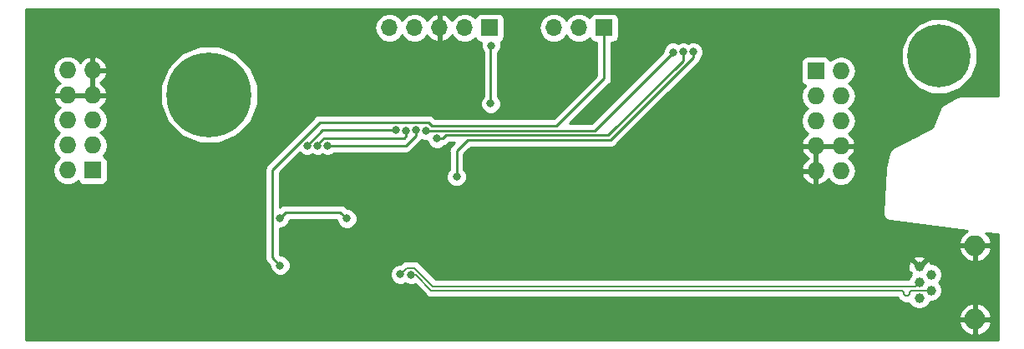
<source format=gbr>
G04 #@! TF.GenerationSoftware,KiCad,Pcbnew,(5.0.2)-1*
G04 #@! TF.CreationDate,2020-01-29T02:21:28+01:00*
G04 #@! TF.ProjectId,fan_controller,66616e5f-636f-46e7-9472-6f6c6c65722e,rev?*
G04 #@! TF.SameCoordinates,Original*
G04 #@! TF.FileFunction,Copper,L2,Bot*
G04 #@! TF.FilePolarity,Positive*
%FSLAX46Y46*%
G04 Gerber Fmt 4.6, Leading zero omitted, Abs format (unit mm)*
G04 Created by KiCad (PCBNEW (5.0.2)-1) date 29.01.2020 02:21:28*
%MOMM*%
%LPD*%
G01*
G04 APERTURE LIST*
G04 #@! TA.AperFunction,ComponentPad*
%ADD10C,0.900000*%
G04 #@! TD*
G04 #@! TA.AperFunction,ComponentPad*
%ADD11C,8.600000*%
G04 #@! TD*
G04 #@! TA.AperFunction,ComponentPad*
%ADD12O,1.727200X1.727200*%
G04 #@! TD*
G04 #@! TA.AperFunction,ComponentPad*
%ADD13R,1.727200X1.727200*%
G04 #@! TD*
G04 #@! TA.AperFunction,ComponentPad*
%ADD14R,1.700000X1.700000*%
G04 #@! TD*
G04 #@! TA.AperFunction,ComponentPad*
%ADD15O,1.700000X1.700000*%
G04 #@! TD*
G04 #@! TA.AperFunction,ComponentPad*
%ADD16C,1.000000*%
G04 #@! TD*
G04 #@! TA.AperFunction,ComponentPad*
%ADD17O,2.100000X2.100000*%
G04 #@! TD*
G04 #@! TA.AperFunction,ComponentPad*
%ADD18C,0.800000*%
G04 #@! TD*
G04 #@! TA.AperFunction,ComponentPad*
%ADD19C,6.400000*%
G04 #@! TD*
G04 #@! TA.AperFunction,ViaPad*
%ADD20C,0.800000*%
G04 #@! TD*
G04 #@! TA.AperFunction,Conductor*
%ADD21C,0.250000*%
G04 #@! TD*
G04 #@! TA.AperFunction,Conductor*
%ADD22C,0.200000*%
G04 #@! TD*
G04 #@! TA.AperFunction,Conductor*
%ADD23C,0.254000*%
G04 #@! TD*
G04 APERTURE END LIST*
D10*
G04 #@! TO.P,M4,1*
G04 #@! TO.N,N/C*
X54780419Y-39719581D03*
X52500000Y-38775000D03*
X50219581Y-39719581D03*
X49275000Y-42000000D03*
X50219581Y-44280419D03*
X52500000Y-45225000D03*
X54780419Y-44280419D03*
X55725000Y-42000000D03*
D11*
X52500000Y-42000000D03*
G04 #@! TD*
D12*
G04 #@! TO.P,J1,10*
G04 #@! TO.N,+12V*
X38160000Y-39540000D03*
G04 #@! TO.P,J1,9*
G04 #@! TO.N,GND*
X40700000Y-39540000D03*
G04 #@! TO.P,J1,8*
X38160000Y-42080000D03*
G04 #@! TO.P,J1,7*
X40700000Y-42080000D03*
G04 #@! TO.P,J1,6*
G04 #@! TO.N,Net-(J1-Pad6)*
X38160000Y-44620000D03*
G04 #@! TO.P,J1,5*
G04 #@! TO.N,Net-(J1-Pad5)*
X40700000Y-44620000D03*
G04 #@! TO.P,J1,4*
G04 #@! TO.N,Net-(J1-Pad4)*
X38160000Y-47160000D03*
G04 #@! TO.P,J1,3*
G04 #@! TO.N,Net-(J1-Pad3)*
X40700000Y-47160000D03*
G04 #@! TO.P,J1,2*
G04 #@! TO.N,Net-(J1-Pad2)*
X38160000Y-49700000D03*
D13*
G04 #@! TO.P,J1,1*
G04 #@! TO.N,Net-(J1-Pad1)*
X40700000Y-49700000D03*
G04 #@! TD*
G04 #@! TO.P,J2,1*
G04 #@! TO.N,Net-(J2-Pad1)*
X114000000Y-39600000D03*
D12*
G04 #@! TO.P,J2,2*
G04 #@! TO.N,Net-(J2-Pad2)*
X116540000Y-39600000D03*
G04 #@! TO.P,J2,3*
G04 #@! TO.N,Net-(J2-Pad3)*
X114000000Y-42140000D03*
G04 #@! TO.P,J2,4*
G04 #@! TO.N,Net-(J2-Pad4)*
X116540000Y-42140000D03*
G04 #@! TO.P,J2,5*
G04 #@! TO.N,Net-(J2-Pad5)*
X114000000Y-44680000D03*
G04 #@! TO.P,J2,6*
G04 #@! TO.N,Net-(J2-Pad6)*
X116540000Y-44680000D03*
G04 #@! TO.P,J2,7*
G04 #@! TO.N,GND*
X114000000Y-47220000D03*
G04 #@! TO.P,J2,8*
X116540000Y-47220000D03*
G04 #@! TO.P,J2,9*
X114000000Y-49760000D03*
G04 #@! TO.P,J2,10*
G04 #@! TO.N,Net-(J2-Pad10)*
X116540000Y-49760000D03*
G04 #@! TD*
D14*
G04 #@! TO.P,J3,1*
G04 #@! TO.N,/RESET*
X80949800Y-35204400D03*
D15*
G04 #@! TO.P,J3,2*
G04 #@! TO.N,+3V3*
X78409800Y-35204400D03*
G04 #@! TO.P,J3,3*
G04 #@! TO.N,GND*
X75869800Y-35204400D03*
G04 #@! TO.P,J3,4*
G04 #@! TO.N,/PG_DAT*
X73329800Y-35204400D03*
G04 #@! TO.P,J3,5*
G04 #@! TO.N,/PG_CKL*
X70789800Y-35204400D03*
G04 #@! TD*
D14*
G04 #@! TO.P,JP1,1*
G04 #@! TO.N,VBUS*
X92532200Y-35204400D03*
D15*
G04 #@! TO.P,JP1,2*
G04 #@! TO.N,VPP*
X89992200Y-35204400D03*
G04 #@! TO.P,JP1,3*
G04 #@! TO.N,+12V*
X87452200Y-35204400D03*
G04 #@! TD*
D16*
G04 #@! TO.P,J4,3*
G04 #@! TO.N,/USB_D+*
X124500000Y-61100000D03*
G04 #@! TO.P,J4,5*
G04 #@! TO.N,GND*
X124500000Y-59500000D03*
G04 #@! TO.P,J4,1*
G04 #@! TO.N,VBUS*
X124500000Y-62700000D03*
G04 #@! TO.P,J4,2*
G04 #@! TO.N,/USB_D-*
X125700000Y-61900000D03*
G04 #@! TO.P,J4,4*
G04 #@! TO.N,Net-(J4-Pad4)*
X125700000Y-60300000D03*
D17*
G04 #@! TO.P,J4,6*
G04 #@! TO.N,GND*
X130150000Y-57350000D03*
X130150000Y-64850000D03*
G04 #@! TD*
D18*
G04 #@! TO.P,M3,1*
G04 #@! TO.N,N/C*
X128197056Y-36402944D03*
X126500000Y-35700000D03*
X124802944Y-36402944D03*
X124100000Y-38100000D03*
X124802944Y-39797056D03*
X126500000Y-40500000D03*
X128197056Y-39797056D03*
X128900000Y-38100000D03*
D19*
X126500000Y-38100000D03*
G04 #@! TD*
D20*
G04 #@! TO.N,GND*
X77978000Y-53797200D03*
X67919600Y-50800000D03*
X101549200Y-49199800D03*
X101650800Y-44272200D03*
X94894400Y-40767000D03*
X53848000Y-52349400D03*
X53822600Y-57200800D03*
X53873400Y-61925200D03*
X72898000Y-61925200D03*
X61188600Y-49530000D03*
X101777800Y-53975000D03*
X82448400Y-58623200D03*
G04 #@! TO.N,/IN_1*
X64498525Y-47166730D03*
X73447470Y-45593926D03*
G04 #@! TO.N,/IN_2*
X63498712Y-47186699D03*
X72449988Y-45665008D03*
G04 #@! TO.N,/IN_3*
X62458600Y-47167798D03*
X71450200Y-45618400D03*
G04 #@! TO.N,/RESET*
X81051400Y-42926002D03*
X81102200Y-37007800D03*
G04 #@! TO.N,VBUS*
X59715400Y-59359800D03*
G04 #@! TO.N,/OUT_4*
X77583190Y-50356066D03*
X101574600Y-37668200D03*
G04 #@! TO.N,/OUT_5*
X75615800Y-46482000D03*
X100568002Y-37663916D03*
G04 #@! TO.N,/OUT_6*
X99542600Y-37693602D03*
X74450103Y-45657625D03*
G04 #@! TO.N,Net-(R20-Pad2)*
X59654942Y-54559200D03*
X66471800Y-54610000D03*
G04 #@! TO.N,/USB_D+*
X71877381Y-60278009D03*
G04 #@! TO.N,/USB_D-*
X73000831Y-60313810D03*
G04 #@! TD*
D21*
G04 #@! TO.N,/IN_1*
X73447470Y-46159611D02*
X73447470Y-45593926D01*
X64498525Y-47166730D02*
X72440351Y-47166730D01*
X72440351Y-47166730D02*
X73447470Y-46159611D01*
G04 #@! TO.N,/IN_2*
X64137575Y-46405800D02*
X72274881Y-46405800D01*
X72449988Y-46230693D02*
X72449988Y-45665008D01*
X63498712Y-47044663D02*
X64137575Y-46405800D01*
X63498712Y-47186699D02*
X63498712Y-47044663D01*
X72274881Y-46405800D02*
X72449988Y-46230693D01*
G04 #@! TO.N,/IN_3*
X70884515Y-45618400D02*
X71450200Y-45618400D01*
X62458600Y-47167798D02*
X64007998Y-45618400D01*
X64007998Y-45618400D02*
X70884515Y-45618400D01*
G04 #@! TO.N,/RESET*
X81051400Y-37058600D02*
X81102200Y-37007800D01*
X81051400Y-42926002D02*
X81051400Y-37058600D01*
G04 #@! TO.N,VBUS*
X75107800Y-45186600D02*
X87731600Y-45186600D01*
X63728426Y-44824970D02*
X74746170Y-44824970D01*
X74746170Y-44824970D02*
X75107800Y-45186600D01*
X58929941Y-58574341D02*
X58929941Y-49623455D01*
X92532200Y-40386000D02*
X92532200Y-36304400D01*
X92532200Y-36304400D02*
X92532200Y-35204400D01*
X58929941Y-49623455D02*
X63728426Y-44824970D01*
X87731600Y-45186600D02*
X92532200Y-40386000D01*
X59715400Y-59359800D02*
X58929941Y-58574341D01*
G04 #@! TO.N,/OUT_4*
X93224885Y-46583600D02*
X101574600Y-38233885D01*
X78714600Y-46583600D02*
X93224885Y-46583600D01*
X77583190Y-50356066D02*
X77583190Y-47715010D01*
X101574600Y-38233885D02*
X101574600Y-37668200D01*
X77583190Y-47715010D02*
X78714600Y-46583600D01*
G04 #@! TO.N,/OUT_5*
X76181485Y-46482000D02*
X76529896Y-46133589D01*
X76529896Y-46133589D02*
X92982211Y-46133589D01*
X92982211Y-46133589D02*
X100568002Y-38547798D01*
X75615800Y-46482000D02*
X76181485Y-46482000D01*
X100568002Y-38229601D02*
X100568002Y-37663916D01*
X100568002Y-38547798D02*
X100568002Y-38229601D01*
G04 #@! TO.N,/OUT_6*
X99542600Y-37693602D02*
X91578577Y-45657625D01*
X91578577Y-45657625D02*
X74450103Y-45657625D01*
G04 #@! TO.N,Net-(R20-Pad2)*
X60264542Y-53949600D02*
X59654942Y-54559200D01*
X66471800Y-54610000D02*
X65811400Y-53949600D01*
X65811400Y-53949600D02*
X60264542Y-53949600D01*
D22*
G04 #@! TO.N,/USB_D+*
X72277380Y-59878010D02*
X71877381Y-60278009D01*
X73304400Y-59613800D02*
X72541590Y-59613800D01*
X75209400Y-61518800D02*
X73304400Y-59613800D01*
X124081200Y-61518800D02*
X75209400Y-61518800D01*
X124500000Y-61100000D02*
X124081200Y-61518800D01*
X72541590Y-59613800D02*
X72277380Y-59878010D01*
G04 #@! TO.N,/USB_D-*
X75025211Y-61918811D02*
X73456800Y-60350400D01*
X73456800Y-60350400D02*
X73037421Y-60350400D01*
X122637678Y-61918811D02*
X75025211Y-61918811D01*
X122697371Y-61925537D02*
X122637678Y-61918811D01*
X122754072Y-61945378D02*
X122697371Y-61925537D01*
X122804935Y-61977338D02*
X122754072Y-61945378D01*
X122847412Y-62019815D02*
X122804935Y-61977338D01*
X122899213Y-62127379D02*
X122879372Y-62070678D01*
X122912664Y-62246766D02*
X122899213Y-62127379D01*
X122932505Y-62303467D02*
X122912664Y-62246766D01*
X122964465Y-62354330D02*
X122932505Y-62303467D01*
X123006942Y-62396807D02*
X122964465Y-62354330D01*
X123057805Y-62428767D02*
X123006942Y-62396807D01*
X123114506Y-62448608D02*
X123057805Y-62428767D01*
X123174200Y-62455333D02*
X123114506Y-62448608D01*
X123237678Y-62455333D02*
X123174200Y-62455333D01*
X123657805Y-61945378D02*
X123606942Y-61977338D01*
X123714506Y-61925537D02*
X123657805Y-61945378D01*
X124246889Y-61918811D02*
X123774200Y-61918811D01*
X123774200Y-61918811D02*
X123714506Y-61925537D01*
X73037421Y-60350400D02*
X73000831Y-60313810D01*
X123499213Y-62246766D02*
X123479372Y-62303467D01*
X125700000Y-61900000D02*
X124265700Y-61900000D01*
X122879372Y-62070678D02*
X122847412Y-62019815D01*
X124265700Y-61900000D02*
X124246889Y-61918811D01*
X123606942Y-61977338D02*
X123564465Y-62019815D01*
X123297371Y-62448608D02*
X123237678Y-62455333D01*
X123564465Y-62019815D02*
X123532505Y-62070678D01*
X123532505Y-62070678D02*
X123512664Y-62127379D01*
X123512664Y-62127379D02*
X123499213Y-62246766D01*
X123479372Y-62303467D02*
X123447412Y-62354330D01*
X123404935Y-62396807D02*
X123354072Y-62428767D01*
X123354072Y-62428767D02*
X123297371Y-62448608D01*
X123447412Y-62354330D02*
X123404935Y-62396807D01*
G04 #@! TD*
D23*
G04 #@! TO.N,GND*
G36*
X132488481Y-42127100D02*
X128755270Y-42127100D01*
X128642499Y-42118164D01*
X128547813Y-42148873D01*
X128450172Y-42168295D01*
X128356101Y-42231151D01*
X126973596Y-43004417D01*
X126938156Y-43012212D01*
X126851247Y-43072850D01*
X126820983Y-43089777D01*
X126794038Y-43112765D01*
X126706511Y-43173834D01*
X126687370Y-43203769D01*
X126660343Y-43226827D01*
X126611845Y-43321883D01*
X126592758Y-43351734D01*
X126580132Y-43384041D01*
X126531976Y-43478428D01*
X126529110Y-43514599D01*
X125804140Y-45369669D01*
X123829197Y-46340591D01*
X123816401Y-46344521D01*
X123766533Y-46371398D01*
X123715705Y-46396386D01*
X123705077Y-46404520D01*
X121844281Y-47407417D01*
X121759890Y-47438205D01*
X121669399Y-47521250D01*
X121574728Y-47599493D01*
X121565812Y-47616313D01*
X121551786Y-47629185D01*
X121499960Y-47740544D01*
X121442441Y-47849055D01*
X121433945Y-47938483D01*
X121065551Y-49448898D01*
X121049086Y-49514902D01*
X121048996Y-49516777D01*
X121048552Y-49518596D01*
X121045639Y-49586476D01*
X120834693Y-53966724D01*
X120821684Y-54004529D01*
X120827953Y-54106677D01*
X120826459Y-54137691D01*
X120832226Y-54176311D01*
X120838985Y-54286453D01*
X120852944Y-54315057D01*
X120857644Y-54346535D01*
X120914465Y-54441127D01*
X120962858Y-54540296D01*
X120986699Y-54561380D01*
X121003089Y-54588665D01*
X121091784Y-54654313D01*
X121174443Y-54727413D01*
X121204540Y-54737769D01*
X121230122Y-54756704D01*
X121337180Y-54783411D01*
X121374112Y-54796119D01*
X121404887Y-54800301D01*
X121504178Y-54825070D01*
X121543718Y-54819166D01*
X129351753Y-55880152D01*
X129265138Y-55916027D01*
X128783737Y-56363804D01*
X128510337Y-56961720D01*
X128628534Y-57223000D01*
X130023000Y-57223000D01*
X130023000Y-57203000D01*
X130277000Y-57203000D01*
X130277000Y-57223000D01*
X131671466Y-57223000D01*
X131789663Y-56961720D01*
X131516263Y-56363804D01*
X131256220Y-56121924D01*
X132487600Y-56145012D01*
X132487601Y-66890000D01*
X33910000Y-66890000D01*
X33910000Y-65238280D01*
X128510337Y-65238280D01*
X128783737Y-65836196D01*
X129265138Y-66283973D01*
X129761721Y-66489654D01*
X130023000Y-66370957D01*
X130023000Y-64977000D01*
X130277000Y-64977000D01*
X130277000Y-66370957D01*
X130538279Y-66489654D01*
X131034862Y-66283973D01*
X131516263Y-65836196D01*
X131789663Y-65238280D01*
X131671466Y-64977000D01*
X130277000Y-64977000D01*
X130023000Y-64977000D01*
X128628534Y-64977000D01*
X128510337Y-65238280D01*
X33910000Y-65238280D01*
X33910000Y-64461720D01*
X128510337Y-64461720D01*
X128628534Y-64723000D01*
X130023000Y-64723000D01*
X130023000Y-63329043D01*
X130277000Y-63329043D01*
X130277000Y-64723000D01*
X131671466Y-64723000D01*
X131789663Y-64461720D01*
X131516263Y-63863804D01*
X131034862Y-63416027D01*
X130538279Y-63210346D01*
X130277000Y-63329043D01*
X130023000Y-63329043D01*
X129761721Y-63210346D01*
X129265138Y-63416027D01*
X128783737Y-63863804D01*
X128510337Y-64461720D01*
X33910000Y-64461720D01*
X33910000Y-44620000D01*
X36632041Y-44620000D01*
X36748350Y-45204725D01*
X37079570Y-45700430D01*
X37363281Y-45890000D01*
X37079570Y-46079570D01*
X36748350Y-46575275D01*
X36632041Y-47160000D01*
X36748350Y-47744725D01*
X37079570Y-48240430D01*
X37363281Y-48430000D01*
X37079570Y-48619570D01*
X36748350Y-49115275D01*
X36632041Y-49700000D01*
X36748350Y-50284725D01*
X37079570Y-50780430D01*
X37575275Y-51111650D01*
X38012402Y-51198600D01*
X38307598Y-51198600D01*
X38744725Y-51111650D01*
X39233068Y-50785349D01*
X39238243Y-50811365D01*
X39378591Y-51021409D01*
X39588635Y-51161757D01*
X39836400Y-51211040D01*
X41563600Y-51211040D01*
X41811365Y-51161757D01*
X42021409Y-51021409D01*
X42161757Y-50811365D01*
X42211040Y-50563600D01*
X42211040Y-49623455D01*
X58155053Y-49623455D01*
X58169942Y-49698307D01*
X58169941Y-58499494D01*
X58155053Y-58574341D01*
X58169941Y-58649188D01*
X58169941Y-58649192D01*
X58214037Y-58870877D01*
X58382012Y-59122270D01*
X58445471Y-59164672D01*
X58680400Y-59399601D01*
X58680400Y-59565674D01*
X58837969Y-59946080D01*
X59129120Y-60237231D01*
X59509526Y-60394800D01*
X59921274Y-60394800D01*
X60301680Y-60237231D01*
X60466776Y-60072135D01*
X70842381Y-60072135D01*
X70842381Y-60483883D01*
X70999950Y-60864289D01*
X71291101Y-61155440D01*
X71671507Y-61313009D01*
X72083255Y-61313009D01*
X72403620Y-61180310D01*
X72414551Y-61191241D01*
X72794957Y-61348810D01*
X73206705Y-61348810D01*
X73354532Y-61287578D01*
X74454301Y-62387348D01*
X74495306Y-62448716D01*
X74738428Y-62611165D01*
X74952823Y-62653811D01*
X74952826Y-62653811D01*
X75025210Y-62668209D01*
X75097594Y-62653811D01*
X122280596Y-62653811D01*
X122325187Y-62720546D01*
X122373726Y-62802830D01*
X122385104Y-62811393D01*
X122387781Y-62814224D01*
X122389942Y-62817458D01*
X122395758Y-62830456D01*
X122465181Y-62896091D01*
X122530816Y-62965514D01*
X122543814Y-62971330D01*
X122547048Y-62973491D01*
X122549879Y-62976168D01*
X122558442Y-62987546D01*
X122640731Y-63036088D01*
X122720161Y-63089161D01*
X122734126Y-63091939D01*
X122737767Y-63093329D01*
X122741136Y-63095316D01*
X122752017Y-63104504D01*
X122843033Y-63133512D01*
X122932270Y-63167576D01*
X122946502Y-63167177D01*
X122950380Y-63167724D01*
X122960291Y-63170883D01*
X123021973Y-63177832D01*
X123080525Y-63186099D01*
X123101812Y-63190333D01*
X123110516Y-63190333D01*
X123156520Y-63196828D01*
X123170309Y-63193271D01*
X123205136Y-63190333D01*
X123206743Y-63190333D01*
X123241567Y-63193271D01*
X123255357Y-63196828D01*
X123301361Y-63190333D01*
X123310066Y-63190333D01*
X123331356Y-63186098D01*
X123389896Y-63177833D01*
X123451588Y-63170883D01*
X123461500Y-63167724D01*
X123465016Y-63167227D01*
X123537793Y-63342926D01*
X123857074Y-63662207D01*
X124274234Y-63835000D01*
X124725766Y-63835000D01*
X125142926Y-63662207D01*
X125462207Y-63342926D01*
X125589754Y-63035000D01*
X125925766Y-63035000D01*
X126342926Y-62862207D01*
X126662207Y-62542926D01*
X126835000Y-62125766D01*
X126835000Y-61674234D01*
X126662207Y-61257074D01*
X126505133Y-61100000D01*
X126662207Y-60942926D01*
X126835000Y-60525766D01*
X126835000Y-60074234D01*
X126662207Y-59657074D01*
X126342926Y-59337793D01*
X125925766Y-59165000D01*
X125603946Y-59165000D01*
X125505217Y-58926648D01*
X125290104Y-58889501D01*
X124679605Y-59500000D01*
X124693748Y-59514143D01*
X124514143Y-59693748D01*
X124500000Y-59679605D01*
X124485858Y-59693748D01*
X124306253Y-59514143D01*
X124320395Y-59500000D01*
X123709896Y-58889501D01*
X123494783Y-58926648D01*
X123351888Y-59354972D01*
X123383783Y-59805375D01*
X123494783Y-60073352D01*
X123709893Y-60110499D01*
X123593666Y-60226726D01*
X123680904Y-60313964D01*
X123537793Y-60457074D01*
X123402459Y-60783800D01*
X75513847Y-60783800D01*
X73875311Y-59145265D01*
X73834305Y-59083895D01*
X73591183Y-58921446D01*
X73376788Y-58878800D01*
X73376784Y-58878800D01*
X73304400Y-58864402D01*
X73232016Y-58878800D01*
X72613973Y-58878800D01*
X72541589Y-58864402D01*
X72469205Y-58878800D01*
X72469202Y-58878800D01*
X72254807Y-58921446D01*
X72011685Y-59083895D01*
X71970679Y-59145265D01*
X71872935Y-59243009D01*
X71671507Y-59243009D01*
X71291101Y-59400578D01*
X70999950Y-59691729D01*
X70842381Y-60072135D01*
X60466776Y-60072135D01*
X60592831Y-59946080D01*
X60750400Y-59565674D01*
X60750400Y-59153926D01*
X60592831Y-58773520D01*
X60529207Y-58709896D01*
X123889501Y-58709896D01*
X124500000Y-59320395D01*
X125110499Y-58709896D01*
X125073352Y-58494783D01*
X124645028Y-58351888D01*
X124194625Y-58383783D01*
X123926648Y-58494783D01*
X123889501Y-58709896D01*
X60529207Y-58709896D01*
X60301680Y-58482369D01*
X59921274Y-58324800D01*
X59755201Y-58324800D01*
X59689941Y-58259540D01*
X59689941Y-57738280D01*
X128510337Y-57738280D01*
X128783737Y-58336196D01*
X129265138Y-58783973D01*
X129761721Y-58989654D01*
X130023000Y-58870957D01*
X130023000Y-57477000D01*
X130277000Y-57477000D01*
X130277000Y-58870957D01*
X130538279Y-58989654D01*
X131034862Y-58783973D01*
X131516263Y-58336196D01*
X131789663Y-57738280D01*
X131671466Y-57477000D01*
X130277000Y-57477000D01*
X130023000Y-57477000D01*
X128628534Y-57477000D01*
X128510337Y-57738280D01*
X59689941Y-57738280D01*
X59689941Y-55594200D01*
X59860816Y-55594200D01*
X60241222Y-55436631D01*
X60532373Y-55145480D01*
X60689942Y-54765074D01*
X60689942Y-54709600D01*
X65436800Y-54709600D01*
X65436800Y-54815874D01*
X65594369Y-55196280D01*
X65885520Y-55487431D01*
X66265926Y-55645000D01*
X66677674Y-55645000D01*
X67058080Y-55487431D01*
X67349231Y-55196280D01*
X67506800Y-54815874D01*
X67506800Y-54404126D01*
X67349231Y-54023720D01*
X67058080Y-53732569D01*
X66677674Y-53575000D01*
X66511601Y-53575000D01*
X66401731Y-53465130D01*
X66359329Y-53401671D01*
X66107937Y-53233696D01*
X65886252Y-53189600D01*
X65886247Y-53189600D01*
X65811400Y-53174712D01*
X65736553Y-53189600D01*
X60339390Y-53189600D01*
X60264542Y-53174712D01*
X60189694Y-53189600D01*
X60189690Y-53189600D01*
X59968005Y-53233696D01*
X59716613Y-53401671D01*
X59689941Y-53441588D01*
X59689941Y-49938256D01*
X61727644Y-47900553D01*
X61872320Y-48045229D01*
X62252726Y-48202798D01*
X62664474Y-48202798D01*
X62955840Y-48082110D01*
X63292838Y-48221699D01*
X63704586Y-48221699D01*
X64022723Y-48089923D01*
X64292651Y-48201730D01*
X64704399Y-48201730D01*
X65084805Y-48044161D01*
X65202236Y-47926730D01*
X72365504Y-47926730D01*
X72440351Y-47941618D01*
X72515198Y-47926730D01*
X72515203Y-47926730D01*
X72736888Y-47882634D01*
X72988280Y-47714659D01*
X73030682Y-47651201D01*
X73931946Y-46749938D01*
X73995399Y-46707540D01*
X74037797Y-46644087D01*
X74037799Y-46644085D01*
X74057145Y-46615132D01*
X74244229Y-46692625D01*
X74582768Y-46692625D01*
X74738369Y-47068280D01*
X75029520Y-47359431D01*
X75409926Y-47517000D01*
X75821674Y-47517000D01*
X76202080Y-47359431D01*
X76335197Y-47226314D01*
X76478022Y-47197904D01*
X76729414Y-47029929D01*
X76771816Y-46966470D01*
X76844697Y-46893589D01*
X77329809Y-46893589D01*
X77098717Y-47124681D01*
X77035262Y-47167081D01*
X76992862Y-47230537D01*
X76992861Y-47230538D01*
X76915044Y-47347000D01*
X76867287Y-47418473D01*
X76832653Y-47592592D01*
X76808302Y-47715010D01*
X76823191Y-47789862D01*
X76823190Y-49652355D01*
X76705759Y-49769786D01*
X76548190Y-50150192D01*
X76548190Y-50561940D01*
X76705759Y-50942346D01*
X76996910Y-51233497D01*
X77377316Y-51391066D01*
X77789064Y-51391066D01*
X78169470Y-51233497D01*
X78460621Y-50942346D01*
X78618190Y-50561940D01*
X78618190Y-50150192D01*
X78605281Y-50119026D01*
X112545042Y-50119026D01*
X112717312Y-50534947D01*
X113111510Y-50966821D01*
X113640973Y-51214968D01*
X113873000Y-51094469D01*
X113873000Y-49887000D01*
X112666183Y-49887000D01*
X112545042Y-50119026D01*
X78605281Y-50119026D01*
X78460621Y-49769786D01*
X78343190Y-49652355D01*
X78343190Y-48029811D01*
X78793976Y-47579026D01*
X112545042Y-47579026D01*
X112717312Y-47994947D01*
X113111510Y-48426821D01*
X113246313Y-48490000D01*
X113111510Y-48553179D01*
X112717312Y-48985053D01*
X112545042Y-49400974D01*
X112666183Y-49633000D01*
X113873000Y-49633000D01*
X113873000Y-47347000D01*
X114127000Y-47347000D01*
X114127000Y-49633000D01*
X114147000Y-49633000D01*
X114147000Y-49887000D01*
X114127000Y-49887000D01*
X114127000Y-51094469D01*
X114359027Y-51214968D01*
X114888490Y-50966821D01*
X115266963Y-50552174D01*
X115459570Y-50840430D01*
X115955275Y-51171650D01*
X116392402Y-51258600D01*
X116687598Y-51258600D01*
X117124725Y-51171650D01*
X117620430Y-50840430D01*
X117951650Y-50344725D01*
X118067959Y-49760000D01*
X117951650Y-49175275D01*
X117620430Y-48679570D01*
X117318979Y-48478146D01*
X117428490Y-48426821D01*
X117822688Y-47994947D01*
X117994958Y-47579026D01*
X117873817Y-47347000D01*
X116667000Y-47347000D01*
X116667000Y-47367000D01*
X116413000Y-47367000D01*
X116413000Y-47347000D01*
X114127000Y-47347000D01*
X113873000Y-47347000D01*
X112666183Y-47347000D01*
X112545042Y-47579026D01*
X78793976Y-47579026D01*
X79029403Y-47343600D01*
X93150038Y-47343600D01*
X93224885Y-47358488D01*
X93299732Y-47343600D01*
X93299737Y-47343600D01*
X93521422Y-47299504D01*
X93772814Y-47131529D01*
X93815216Y-47068070D01*
X98743286Y-42140000D01*
X112472041Y-42140000D01*
X112588350Y-42724725D01*
X112919570Y-43220430D01*
X113203281Y-43410000D01*
X112919570Y-43599570D01*
X112588350Y-44095275D01*
X112472041Y-44680000D01*
X112588350Y-45264725D01*
X112919570Y-45760430D01*
X113221021Y-45961854D01*
X113111510Y-46013179D01*
X112717312Y-46445053D01*
X112545042Y-46860974D01*
X112666183Y-47093000D01*
X113873000Y-47093000D01*
X113873000Y-47073000D01*
X114127000Y-47073000D01*
X114127000Y-47093000D01*
X116413000Y-47093000D01*
X116413000Y-47073000D01*
X116667000Y-47073000D01*
X116667000Y-47093000D01*
X117873817Y-47093000D01*
X117994958Y-46860974D01*
X117822688Y-46445053D01*
X117428490Y-46013179D01*
X117318979Y-45961854D01*
X117620430Y-45760430D01*
X117951650Y-45264725D01*
X118067959Y-44680000D01*
X117951650Y-44095275D01*
X117620430Y-43599570D01*
X117336719Y-43410000D01*
X117620430Y-43220430D01*
X117951650Y-42724725D01*
X118067959Y-42140000D01*
X117951650Y-41555275D01*
X117620430Y-41059570D01*
X117336719Y-40870000D01*
X117620430Y-40680430D01*
X117951650Y-40184725D01*
X118067959Y-39600000D01*
X117951650Y-39015275D01*
X117620430Y-38519570D01*
X117124725Y-38188350D01*
X116687598Y-38101400D01*
X116392402Y-38101400D01*
X115955275Y-38188350D01*
X115466932Y-38514651D01*
X115461757Y-38488635D01*
X115321409Y-38278591D01*
X115111365Y-38138243D01*
X114863600Y-38088960D01*
X113136400Y-38088960D01*
X112888635Y-38138243D01*
X112678591Y-38278591D01*
X112538243Y-38488635D01*
X112488960Y-38736400D01*
X112488960Y-40463600D01*
X112538243Y-40711365D01*
X112678591Y-40921409D01*
X112888635Y-41061757D01*
X112914651Y-41066932D01*
X112588350Y-41555275D01*
X112472041Y-42140000D01*
X98743286Y-42140000D01*
X102059073Y-38824214D01*
X102122529Y-38781814D01*
X102290504Y-38530422D01*
X102318914Y-38387597D01*
X102452031Y-38254480D01*
X102609600Y-37874074D01*
X102609600Y-37462326D01*
X102557760Y-37337171D01*
X122665000Y-37337171D01*
X122665000Y-38862829D01*
X123248844Y-40272353D01*
X124327647Y-41351156D01*
X125737171Y-41935000D01*
X127262829Y-41935000D01*
X128672353Y-41351156D01*
X129751156Y-40272353D01*
X130335000Y-38862829D01*
X130335000Y-37337171D01*
X129751156Y-35927647D01*
X128672353Y-34848844D01*
X127262829Y-34265000D01*
X125737171Y-34265000D01*
X124327647Y-34848844D01*
X123248844Y-35927647D01*
X122665000Y-37337171D01*
X102557760Y-37337171D01*
X102452031Y-37081920D01*
X102160880Y-36790769D01*
X101780474Y-36633200D01*
X101368726Y-36633200D01*
X101076472Y-36754255D01*
X100773876Y-36628916D01*
X100362128Y-36628916D01*
X100019467Y-36770851D01*
X99748474Y-36658602D01*
X99336726Y-36658602D01*
X98956320Y-36816171D01*
X98665169Y-37107322D01*
X98507600Y-37487728D01*
X98507600Y-37653799D01*
X91263776Y-44897625D01*
X89095376Y-44897625D01*
X93016673Y-40976329D01*
X93080129Y-40933929D01*
X93248104Y-40682537D01*
X93292200Y-40460852D01*
X93292200Y-40460848D01*
X93307088Y-40386000D01*
X93292200Y-40311152D01*
X93292200Y-36701840D01*
X93382200Y-36701840D01*
X93629965Y-36652557D01*
X93840009Y-36512209D01*
X93980357Y-36302165D01*
X94029640Y-36054400D01*
X94029640Y-34354400D01*
X93980357Y-34106635D01*
X93840009Y-33896591D01*
X93629965Y-33756243D01*
X93382200Y-33706960D01*
X91682200Y-33706960D01*
X91434435Y-33756243D01*
X91224391Y-33896591D01*
X91084043Y-34106635D01*
X91075016Y-34152019D01*
X91062825Y-34133775D01*
X90571618Y-33805561D01*
X90138456Y-33719400D01*
X89845944Y-33719400D01*
X89412782Y-33805561D01*
X88921575Y-34133775D01*
X88722200Y-34432161D01*
X88522825Y-34133775D01*
X88031618Y-33805561D01*
X87598456Y-33719400D01*
X87305944Y-33719400D01*
X86872782Y-33805561D01*
X86381575Y-34133775D01*
X86053361Y-34624982D01*
X85938108Y-35204400D01*
X86053361Y-35783818D01*
X86381575Y-36275025D01*
X86872782Y-36603239D01*
X87305944Y-36689400D01*
X87598456Y-36689400D01*
X88031618Y-36603239D01*
X88522825Y-36275025D01*
X88722200Y-35976639D01*
X88921575Y-36275025D01*
X89412782Y-36603239D01*
X89845944Y-36689400D01*
X90138456Y-36689400D01*
X90571618Y-36603239D01*
X91062825Y-36275025D01*
X91075016Y-36256781D01*
X91084043Y-36302165D01*
X91224391Y-36512209D01*
X91434435Y-36652557D01*
X91682200Y-36701840D01*
X91772201Y-36701840D01*
X91772200Y-40071198D01*
X87416799Y-44426600D01*
X75422601Y-44426600D01*
X75336501Y-44340500D01*
X75294099Y-44277041D01*
X75042707Y-44109066D01*
X74821022Y-44064970D01*
X74821017Y-44064970D01*
X74746170Y-44050082D01*
X74671323Y-44064970D01*
X63803274Y-44064970D01*
X63728426Y-44050082D01*
X63653578Y-44064970D01*
X63653574Y-44064970D01*
X63431889Y-44109066D01*
X63180497Y-44277041D01*
X63138097Y-44340497D01*
X58445469Y-49033126D01*
X58382013Y-49075526D01*
X58339613Y-49138982D01*
X58339612Y-49138983D01*
X58214038Y-49326918D01*
X58155053Y-49623455D01*
X42211040Y-49623455D01*
X42211040Y-48836400D01*
X42161757Y-48588635D01*
X42021409Y-48378591D01*
X41811365Y-48238243D01*
X41785349Y-48233068D01*
X42111650Y-47744725D01*
X42227959Y-47160000D01*
X42111650Y-46575275D01*
X41780430Y-46079570D01*
X41496719Y-45890000D01*
X41780430Y-45700430D01*
X42111650Y-45204725D01*
X42227959Y-44620000D01*
X42111650Y-44035275D01*
X41780430Y-43539570D01*
X41478979Y-43338146D01*
X41588490Y-43286821D01*
X41982688Y-42854947D01*
X42154958Y-42439026D01*
X42033817Y-42207000D01*
X40827000Y-42207000D01*
X40827000Y-42227000D01*
X40573000Y-42227000D01*
X40573000Y-42207000D01*
X38287000Y-42207000D01*
X38287000Y-42227000D01*
X38033000Y-42227000D01*
X38033000Y-42207000D01*
X36826183Y-42207000D01*
X36705042Y-42439026D01*
X36877312Y-42854947D01*
X37271510Y-43286821D01*
X37381021Y-43338146D01*
X37079570Y-43539570D01*
X36748350Y-44035275D01*
X36632041Y-44620000D01*
X33910000Y-44620000D01*
X33910000Y-39540000D01*
X36632041Y-39540000D01*
X36748350Y-40124725D01*
X37079570Y-40620430D01*
X37381021Y-40821854D01*
X37271510Y-40873179D01*
X36877312Y-41305053D01*
X36705042Y-41720974D01*
X36826183Y-41953000D01*
X38033000Y-41953000D01*
X38033000Y-41933000D01*
X38287000Y-41933000D01*
X38287000Y-41953000D01*
X40573000Y-41953000D01*
X40573000Y-39667000D01*
X40827000Y-39667000D01*
X40827000Y-41953000D01*
X42033817Y-41953000D01*
X42154958Y-41720974D01*
X41982688Y-41305053D01*
X41721013Y-41018368D01*
X47565000Y-41018368D01*
X47565000Y-42981632D01*
X48316309Y-44795453D01*
X49704547Y-46183691D01*
X51518368Y-46935000D01*
X53481632Y-46935000D01*
X55295453Y-46183691D01*
X56683691Y-44795453D01*
X57435000Y-42981632D01*
X57435000Y-41018368D01*
X56683691Y-39204547D01*
X55295453Y-37816309D01*
X53481632Y-37065000D01*
X51518368Y-37065000D01*
X49704547Y-37816309D01*
X48316309Y-39204547D01*
X47565000Y-41018368D01*
X41721013Y-41018368D01*
X41588490Y-40873179D01*
X41453687Y-40810000D01*
X41588490Y-40746821D01*
X41982688Y-40314947D01*
X42154958Y-39899026D01*
X42033817Y-39667000D01*
X40827000Y-39667000D01*
X40573000Y-39667000D01*
X40553000Y-39667000D01*
X40553000Y-39413000D01*
X40573000Y-39413000D01*
X40573000Y-38205531D01*
X40827000Y-38205531D01*
X40827000Y-39413000D01*
X42033817Y-39413000D01*
X42154958Y-39180974D01*
X41982688Y-38765053D01*
X41588490Y-38333179D01*
X41059027Y-38085032D01*
X40827000Y-38205531D01*
X40573000Y-38205531D01*
X40340973Y-38085032D01*
X39811510Y-38333179D01*
X39433037Y-38747826D01*
X39240430Y-38459570D01*
X38744725Y-38128350D01*
X38307598Y-38041400D01*
X38012402Y-38041400D01*
X37575275Y-38128350D01*
X37079570Y-38459570D01*
X36748350Y-38955275D01*
X36632041Y-39540000D01*
X33910000Y-39540000D01*
X33910000Y-35204400D01*
X69275708Y-35204400D01*
X69390961Y-35783818D01*
X69719175Y-36275025D01*
X70210382Y-36603239D01*
X70643544Y-36689400D01*
X70936056Y-36689400D01*
X71369218Y-36603239D01*
X71860425Y-36275025D01*
X72059800Y-35976639D01*
X72259175Y-36275025D01*
X72750382Y-36603239D01*
X73183544Y-36689400D01*
X73476056Y-36689400D01*
X73909218Y-36603239D01*
X74400425Y-36275025D01*
X74613643Y-35955922D01*
X74674617Y-36085758D01*
X75102876Y-36476045D01*
X75512910Y-36645876D01*
X75742800Y-36524555D01*
X75742800Y-35331400D01*
X75722800Y-35331400D01*
X75722800Y-35077400D01*
X75742800Y-35077400D01*
X75742800Y-33884245D01*
X75996800Y-33884245D01*
X75996800Y-35077400D01*
X76016800Y-35077400D01*
X76016800Y-35331400D01*
X75996800Y-35331400D01*
X75996800Y-36524555D01*
X76226690Y-36645876D01*
X76636724Y-36476045D01*
X77064983Y-36085758D01*
X77125957Y-35955922D01*
X77339175Y-36275025D01*
X77830382Y-36603239D01*
X78263544Y-36689400D01*
X78556056Y-36689400D01*
X78989218Y-36603239D01*
X79480425Y-36275025D01*
X79492616Y-36256781D01*
X79501643Y-36302165D01*
X79641991Y-36512209D01*
X79852035Y-36652557D01*
X80099800Y-36701840D01*
X80108657Y-36701840D01*
X80067200Y-36801926D01*
X80067200Y-37213674D01*
X80224769Y-37594080D01*
X80291401Y-37660712D01*
X80291400Y-42222291D01*
X80173969Y-42339722D01*
X80016400Y-42720128D01*
X80016400Y-43131876D01*
X80173969Y-43512282D01*
X80465120Y-43803433D01*
X80845526Y-43961002D01*
X81257274Y-43961002D01*
X81637680Y-43803433D01*
X81928831Y-43512282D01*
X82086400Y-43131876D01*
X82086400Y-42720128D01*
X81928831Y-42339722D01*
X81811400Y-42222291D01*
X81811400Y-37762311D01*
X81979631Y-37594080D01*
X82137200Y-37213674D01*
X82137200Y-36801926D01*
X82069311Y-36638027D01*
X82257609Y-36512209D01*
X82397957Y-36302165D01*
X82447240Y-36054400D01*
X82447240Y-34354400D01*
X82397957Y-34106635D01*
X82257609Y-33896591D01*
X82047565Y-33756243D01*
X81799800Y-33706960D01*
X80099800Y-33706960D01*
X79852035Y-33756243D01*
X79641991Y-33896591D01*
X79501643Y-34106635D01*
X79492616Y-34152019D01*
X79480425Y-34133775D01*
X78989218Y-33805561D01*
X78556056Y-33719400D01*
X78263544Y-33719400D01*
X77830382Y-33805561D01*
X77339175Y-34133775D01*
X77125957Y-34452878D01*
X77064983Y-34323042D01*
X76636724Y-33932755D01*
X76226690Y-33762924D01*
X75996800Y-33884245D01*
X75742800Y-33884245D01*
X75512910Y-33762924D01*
X75102876Y-33932755D01*
X74674617Y-34323042D01*
X74613643Y-34452878D01*
X74400425Y-34133775D01*
X73909218Y-33805561D01*
X73476056Y-33719400D01*
X73183544Y-33719400D01*
X72750382Y-33805561D01*
X72259175Y-34133775D01*
X72059800Y-34432161D01*
X71860425Y-34133775D01*
X71369218Y-33805561D01*
X70936056Y-33719400D01*
X70643544Y-33719400D01*
X70210382Y-33805561D01*
X69719175Y-34133775D01*
X69390961Y-34624982D01*
X69275708Y-35204400D01*
X33910000Y-35204400D01*
X33910000Y-33310000D01*
X132499420Y-33310000D01*
X132488481Y-42127100D01*
X132488481Y-42127100D01*
G37*
X132488481Y-42127100D02*
X128755270Y-42127100D01*
X128642499Y-42118164D01*
X128547813Y-42148873D01*
X128450172Y-42168295D01*
X128356101Y-42231151D01*
X126973596Y-43004417D01*
X126938156Y-43012212D01*
X126851247Y-43072850D01*
X126820983Y-43089777D01*
X126794038Y-43112765D01*
X126706511Y-43173834D01*
X126687370Y-43203769D01*
X126660343Y-43226827D01*
X126611845Y-43321883D01*
X126592758Y-43351734D01*
X126580132Y-43384041D01*
X126531976Y-43478428D01*
X126529110Y-43514599D01*
X125804140Y-45369669D01*
X123829197Y-46340591D01*
X123816401Y-46344521D01*
X123766533Y-46371398D01*
X123715705Y-46396386D01*
X123705077Y-46404520D01*
X121844281Y-47407417D01*
X121759890Y-47438205D01*
X121669399Y-47521250D01*
X121574728Y-47599493D01*
X121565812Y-47616313D01*
X121551786Y-47629185D01*
X121499960Y-47740544D01*
X121442441Y-47849055D01*
X121433945Y-47938483D01*
X121065551Y-49448898D01*
X121049086Y-49514902D01*
X121048996Y-49516777D01*
X121048552Y-49518596D01*
X121045639Y-49586476D01*
X120834693Y-53966724D01*
X120821684Y-54004529D01*
X120827953Y-54106677D01*
X120826459Y-54137691D01*
X120832226Y-54176311D01*
X120838985Y-54286453D01*
X120852944Y-54315057D01*
X120857644Y-54346535D01*
X120914465Y-54441127D01*
X120962858Y-54540296D01*
X120986699Y-54561380D01*
X121003089Y-54588665D01*
X121091784Y-54654313D01*
X121174443Y-54727413D01*
X121204540Y-54737769D01*
X121230122Y-54756704D01*
X121337180Y-54783411D01*
X121374112Y-54796119D01*
X121404887Y-54800301D01*
X121504178Y-54825070D01*
X121543718Y-54819166D01*
X129351753Y-55880152D01*
X129265138Y-55916027D01*
X128783737Y-56363804D01*
X128510337Y-56961720D01*
X128628534Y-57223000D01*
X130023000Y-57223000D01*
X130023000Y-57203000D01*
X130277000Y-57203000D01*
X130277000Y-57223000D01*
X131671466Y-57223000D01*
X131789663Y-56961720D01*
X131516263Y-56363804D01*
X131256220Y-56121924D01*
X132487600Y-56145012D01*
X132487601Y-66890000D01*
X33910000Y-66890000D01*
X33910000Y-65238280D01*
X128510337Y-65238280D01*
X128783737Y-65836196D01*
X129265138Y-66283973D01*
X129761721Y-66489654D01*
X130023000Y-66370957D01*
X130023000Y-64977000D01*
X130277000Y-64977000D01*
X130277000Y-66370957D01*
X130538279Y-66489654D01*
X131034862Y-66283973D01*
X131516263Y-65836196D01*
X131789663Y-65238280D01*
X131671466Y-64977000D01*
X130277000Y-64977000D01*
X130023000Y-64977000D01*
X128628534Y-64977000D01*
X128510337Y-65238280D01*
X33910000Y-65238280D01*
X33910000Y-64461720D01*
X128510337Y-64461720D01*
X128628534Y-64723000D01*
X130023000Y-64723000D01*
X130023000Y-63329043D01*
X130277000Y-63329043D01*
X130277000Y-64723000D01*
X131671466Y-64723000D01*
X131789663Y-64461720D01*
X131516263Y-63863804D01*
X131034862Y-63416027D01*
X130538279Y-63210346D01*
X130277000Y-63329043D01*
X130023000Y-63329043D01*
X129761721Y-63210346D01*
X129265138Y-63416027D01*
X128783737Y-63863804D01*
X128510337Y-64461720D01*
X33910000Y-64461720D01*
X33910000Y-44620000D01*
X36632041Y-44620000D01*
X36748350Y-45204725D01*
X37079570Y-45700430D01*
X37363281Y-45890000D01*
X37079570Y-46079570D01*
X36748350Y-46575275D01*
X36632041Y-47160000D01*
X36748350Y-47744725D01*
X37079570Y-48240430D01*
X37363281Y-48430000D01*
X37079570Y-48619570D01*
X36748350Y-49115275D01*
X36632041Y-49700000D01*
X36748350Y-50284725D01*
X37079570Y-50780430D01*
X37575275Y-51111650D01*
X38012402Y-51198600D01*
X38307598Y-51198600D01*
X38744725Y-51111650D01*
X39233068Y-50785349D01*
X39238243Y-50811365D01*
X39378591Y-51021409D01*
X39588635Y-51161757D01*
X39836400Y-51211040D01*
X41563600Y-51211040D01*
X41811365Y-51161757D01*
X42021409Y-51021409D01*
X42161757Y-50811365D01*
X42211040Y-50563600D01*
X42211040Y-49623455D01*
X58155053Y-49623455D01*
X58169942Y-49698307D01*
X58169941Y-58499494D01*
X58155053Y-58574341D01*
X58169941Y-58649188D01*
X58169941Y-58649192D01*
X58214037Y-58870877D01*
X58382012Y-59122270D01*
X58445471Y-59164672D01*
X58680400Y-59399601D01*
X58680400Y-59565674D01*
X58837969Y-59946080D01*
X59129120Y-60237231D01*
X59509526Y-60394800D01*
X59921274Y-60394800D01*
X60301680Y-60237231D01*
X60466776Y-60072135D01*
X70842381Y-60072135D01*
X70842381Y-60483883D01*
X70999950Y-60864289D01*
X71291101Y-61155440D01*
X71671507Y-61313009D01*
X72083255Y-61313009D01*
X72403620Y-61180310D01*
X72414551Y-61191241D01*
X72794957Y-61348810D01*
X73206705Y-61348810D01*
X73354532Y-61287578D01*
X74454301Y-62387348D01*
X74495306Y-62448716D01*
X74738428Y-62611165D01*
X74952823Y-62653811D01*
X74952826Y-62653811D01*
X75025210Y-62668209D01*
X75097594Y-62653811D01*
X122280596Y-62653811D01*
X122325187Y-62720546D01*
X122373726Y-62802830D01*
X122385104Y-62811393D01*
X122387781Y-62814224D01*
X122389942Y-62817458D01*
X122395758Y-62830456D01*
X122465181Y-62896091D01*
X122530816Y-62965514D01*
X122543814Y-62971330D01*
X122547048Y-62973491D01*
X122549879Y-62976168D01*
X122558442Y-62987546D01*
X122640731Y-63036088D01*
X122720161Y-63089161D01*
X122734126Y-63091939D01*
X122737767Y-63093329D01*
X122741136Y-63095316D01*
X122752017Y-63104504D01*
X122843033Y-63133512D01*
X122932270Y-63167576D01*
X122946502Y-63167177D01*
X122950380Y-63167724D01*
X122960291Y-63170883D01*
X123021973Y-63177832D01*
X123080525Y-63186099D01*
X123101812Y-63190333D01*
X123110516Y-63190333D01*
X123156520Y-63196828D01*
X123170309Y-63193271D01*
X123205136Y-63190333D01*
X123206743Y-63190333D01*
X123241567Y-63193271D01*
X123255357Y-63196828D01*
X123301361Y-63190333D01*
X123310066Y-63190333D01*
X123331356Y-63186098D01*
X123389896Y-63177833D01*
X123451588Y-63170883D01*
X123461500Y-63167724D01*
X123465016Y-63167227D01*
X123537793Y-63342926D01*
X123857074Y-63662207D01*
X124274234Y-63835000D01*
X124725766Y-63835000D01*
X125142926Y-63662207D01*
X125462207Y-63342926D01*
X125589754Y-63035000D01*
X125925766Y-63035000D01*
X126342926Y-62862207D01*
X126662207Y-62542926D01*
X126835000Y-62125766D01*
X126835000Y-61674234D01*
X126662207Y-61257074D01*
X126505133Y-61100000D01*
X126662207Y-60942926D01*
X126835000Y-60525766D01*
X126835000Y-60074234D01*
X126662207Y-59657074D01*
X126342926Y-59337793D01*
X125925766Y-59165000D01*
X125603946Y-59165000D01*
X125505217Y-58926648D01*
X125290104Y-58889501D01*
X124679605Y-59500000D01*
X124693748Y-59514143D01*
X124514143Y-59693748D01*
X124500000Y-59679605D01*
X124485858Y-59693748D01*
X124306253Y-59514143D01*
X124320395Y-59500000D01*
X123709896Y-58889501D01*
X123494783Y-58926648D01*
X123351888Y-59354972D01*
X123383783Y-59805375D01*
X123494783Y-60073352D01*
X123709893Y-60110499D01*
X123593666Y-60226726D01*
X123680904Y-60313964D01*
X123537793Y-60457074D01*
X123402459Y-60783800D01*
X75513847Y-60783800D01*
X73875311Y-59145265D01*
X73834305Y-59083895D01*
X73591183Y-58921446D01*
X73376788Y-58878800D01*
X73376784Y-58878800D01*
X73304400Y-58864402D01*
X73232016Y-58878800D01*
X72613973Y-58878800D01*
X72541589Y-58864402D01*
X72469205Y-58878800D01*
X72469202Y-58878800D01*
X72254807Y-58921446D01*
X72011685Y-59083895D01*
X71970679Y-59145265D01*
X71872935Y-59243009D01*
X71671507Y-59243009D01*
X71291101Y-59400578D01*
X70999950Y-59691729D01*
X70842381Y-60072135D01*
X60466776Y-60072135D01*
X60592831Y-59946080D01*
X60750400Y-59565674D01*
X60750400Y-59153926D01*
X60592831Y-58773520D01*
X60529207Y-58709896D01*
X123889501Y-58709896D01*
X124500000Y-59320395D01*
X125110499Y-58709896D01*
X125073352Y-58494783D01*
X124645028Y-58351888D01*
X124194625Y-58383783D01*
X123926648Y-58494783D01*
X123889501Y-58709896D01*
X60529207Y-58709896D01*
X60301680Y-58482369D01*
X59921274Y-58324800D01*
X59755201Y-58324800D01*
X59689941Y-58259540D01*
X59689941Y-57738280D01*
X128510337Y-57738280D01*
X128783737Y-58336196D01*
X129265138Y-58783973D01*
X129761721Y-58989654D01*
X130023000Y-58870957D01*
X130023000Y-57477000D01*
X130277000Y-57477000D01*
X130277000Y-58870957D01*
X130538279Y-58989654D01*
X131034862Y-58783973D01*
X131516263Y-58336196D01*
X131789663Y-57738280D01*
X131671466Y-57477000D01*
X130277000Y-57477000D01*
X130023000Y-57477000D01*
X128628534Y-57477000D01*
X128510337Y-57738280D01*
X59689941Y-57738280D01*
X59689941Y-55594200D01*
X59860816Y-55594200D01*
X60241222Y-55436631D01*
X60532373Y-55145480D01*
X60689942Y-54765074D01*
X60689942Y-54709600D01*
X65436800Y-54709600D01*
X65436800Y-54815874D01*
X65594369Y-55196280D01*
X65885520Y-55487431D01*
X66265926Y-55645000D01*
X66677674Y-55645000D01*
X67058080Y-55487431D01*
X67349231Y-55196280D01*
X67506800Y-54815874D01*
X67506800Y-54404126D01*
X67349231Y-54023720D01*
X67058080Y-53732569D01*
X66677674Y-53575000D01*
X66511601Y-53575000D01*
X66401731Y-53465130D01*
X66359329Y-53401671D01*
X66107937Y-53233696D01*
X65886252Y-53189600D01*
X65886247Y-53189600D01*
X65811400Y-53174712D01*
X65736553Y-53189600D01*
X60339390Y-53189600D01*
X60264542Y-53174712D01*
X60189694Y-53189600D01*
X60189690Y-53189600D01*
X59968005Y-53233696D01*
X59716613Y-53401671D01*
X59689941Y-53441588D01*
X59689941Y-49938256D01*
X61727644Y-47900553D01*
X61872320Y-48045229D01*
X62252726Y-48202798D01*
X62664474Y-48202798D01*
X62955840Y-48082110D01*
X63292838Y-48221699D01*
X63704586Y-48221699D01*
X64022723Y-48089923D01*
X64292651Y-48201730D01*
X64704399Y-48201730D01*
X65084805Y-48044161D01*
X65202236Y-47926730D01*
X72365504Y-47926730D01*
X72440351Y-47941618D01*
X72515198Y-47926730D01*
X72515203Y-47926730D01*
X72736888Y-47882634D01*
X72988280Y-47714659D01*
X73030682Y-47651201D01*
X73931946Y-46749938D01*
X73995399Y-46707540D01*
X74037797Y-46644087D01*
X74037799Y-46644085D01*
X74057145Y-46615132D01*
X74244229Y-46692625D01*
X74582768Y-46692625D01*
X74738369Y-47068280D01*
X75029520Y-47359431D01*
X75409926Y-47517000D01*
X75821674Y-47517000D01*
X76202080Y-47359431D01*
X76335197Y-47226314D01*
X76478022Y-47197904D01*
X76729414Y-47029929D01*
X76771816Y-46966470D01*
X76844697Y-46893589D01*
X77329809Y-46893589D01*
X77098717Y-47124681D01*
X77035262Y-47167081D01*
X76992862Y-47230537D01*
X76992861Y-47230538D01*
X76915044Y-47347000D01*
X76867287Y-47418473D01*
X76832653Y-47592592D01*
X76808302Y-47715010D01*
X76823191Y-47789862D01*
X76823190Y-49652355D01*
X76705759Y-49769786D01*
X76548190Y-50150192D01*
X76548190Y-50561940D01*
X76705759Y-50942346D01*
X76996910Y-51233497D01*
X77377316Y-51391066D01*
X77789064Y-51391066D01*
X78169470Y-51233497D01*
X78460621Y-50942346D01*
X78618190Y-50561940D01*
X78618190Y-50150192D01*
X78605281Y-50119026D01*
X112545042Y-50119026D01*
X112717312Y-50534947D01*
X113111510Y-50966821D01*
X113640973Y-51214968D01*
X113873000Y-51094469D01*
X113873000Y-49887000D01*
X112666183Y-49887000D01*
X112545042Y-50119026D01*
X78605281Y-50119026D01*
X78460621Y-49769786D01*
X78343190Y-49652355D01*
X78343190Y-48029811D01*
X78793976Y-47579026D01*
X112545042Y-47579026D01*
X112717312Y-47994947D01*
X113111510Y-48426821D01*
X113246313Y-48490000D01*
X113111510Y-48553179D01*
X112717312Y-48985053D01*
X112545042Y-49400974D01*
X112666183Y-49633000D01*
X113873000Y-49633000D01*
X113873000Y-47347000D01*
X114127000Y-47347000D01*
X114127000Y-49633000D01*
X114147000Y-49633000D01*
X114147000Y-49887000D01*
X114127000Y-49887000D01*
X114127000Y-51094469D01*
X114359027Y-51214968D01*
X114888490Y-50966821D01*
X115266963Y-50552174D01*
X115459570Y-50840430D01*
X115955275Y-51171650D01*
X116392402Y-51258600D01*
X116687598Y-51258600D01*
X117124725Y-51171650D01*
X117620430Y-50840430D01*
X117951650Y-50344725D01*
X118067959Y-49760000D01*
X117951650Y-49175275D01*
X117620430Y-48679570D01*
X117318979Y-48478146D01*
X117428490Y-48426821D01*
X117822688Y-47994947D01*
X117994958Y-47579026D01*
X117873817Y-47347000D01*
X116667000Y-47347000D01*
X116667000Y-47367000D01*
X116413000Y-47367000D01*
X116413000Y-47347000D01*
X114127000Y-47347000D01*
X113873000Y-47347000D01*
X112666183Y-47347000D01*
X112545042Y-47579026D01*
X78793976Y-47579026D01*
X79029403Y-47343600D01*
X93150038Y-47343600D01*
X93224885Y-47358488D01*
X93299732Y-47343600D01*
X93299737Y-47343600D01*
X93521422Y-47299504D01*
X93772814Y-47131529D01*
X93815216Y-47068070D01*
X98743286Y-42140000D01*
X112472041Y-42140000D01*
X112588350Y-42724725D01*
X112919570Y-43220430D01*
X113203281Y-43410000D01*
X112919570Y-43599570D01*
X112588350Y-44095275D01*
X112472041Y-44680000D01*
X112588350Y-45264725D01*
X112919570Y-45760430D01*
X113221021Y-45961854D01*
X113111510Y-46013179D01*
X112717312Y-46445053D01*
X112545042Y-46860974D01*
X112666183Y-47093000D01*
X113873000Y-47093000D01*
X113873000Y-47073000D01*
X114127000Y-47073000D01*
X114127000Y-47093000D01*
X116413000Y-47093000D01*
X116413000Y-47073000D01*
X116667000Y-47073000D01*
X116667000Y-47093000D01*
X117873817Y-47093000D01*
X117994958Y-46860974D01*
X117822688Y-46445053D01*
X117428490Y-46013179D01*
X117318979Y-45961854D01*
X117620430Y-45760430D01*
X117951650Y-45264725D01*
X118067959Y-44680000D01*
X117951650Y-44095275D01*
X117620430Y-43599570D01*
X117336719Y-43410000D01*
X117620430Y-43220430D01*
X117951650Y-42724725D01*
X118067959Y-42140000D01*
X117951650Y-41555275D01*
X117620430Y-41059570D01*
X117336719Y-40870000D01*
X117620430Y-40680430D01*
X117951650Y-40184725D01*
X118067959Y-39600000D01*
X117951650Y-39015275D01*
X117620430Y-38519570D01*
X117124725Y-38188350D01*
X116687598Y-38101400D01*
X116392402Y-38101400D01*
X115955275Y-38188350D01*
X115466932Y-38514651D01*
X115461757Y-38488635D01*
X115321409Y-38278591D01*
X115111365Y-38138243D01*
X114863600Y-38088960D01*
X113136400Y-38088960D01*
X112888635Y-38138243D01*
X112678591Y-38278591D01*
X112538243Y-38488635D01*
X112488960Y-38736400D01*
X112488960Y-40463600D01*
X112538243Y-40711365D01*
X112678591Y-40921409D01*
X112888635Y-41061757D01*
X112914651Y-41066932D01*
X112588350Y-41555275D01*
X112472041Y-42140000D01*
X98743286Y-42140000D01*
X102059073Y-38824214D01*
X102122529Y-38781814D01*
X102290504Y-38530422D01*
X102318914Y-38387597D01*
X102452031Y-38254480D01*
X102609600Y-37874074D01*
X102609600Y-37462326D01*
X102557760Y-37337171D01*
X122665000Y-37337171D01*
X122665000Y-38862829D01*
X123248844Y-40272353D01*
X124327647Y-41351156D01*
X125737171Y-41935000D01*
X127262829Y-41935000D01*
X128672353Y-41351156D01*
X129751156Y-40272353D01*
X130335000Y-38862829D01*
X130335000Y-37337171D01*
X129751156Y-35927647D01*
X128672353Y-34848844D01*
X127262829Y-34265000D01*
X125737171Y-34265000D01*
X124327647Y-34848844D01*
X123248844Y-35927647D01*
X122665000Y-37337171D01*
X102557760Y-37337171D01*
X102452031Y-37081920D01*
X102160880Y-36790769D01*
X101780474Y-36633200D01*
X101368726Y-36633200D01*
X101076472Y-36754255D01*
X100773876Y-36628916D01*
X100362128Y-36628916D01*
X100019467Y-36770851D01*
X99748474Y-36658602D01*
X99336726Y-36658602D01*
X98956320Y-36816171D01*
X98665169Y-37107322D01*
X98507600Y-37487728D01*
X98507600Y-37653799D01*
X91263776Y-44897625D01*
X89095376Y-44897625D01*
X93016673Y-40976329D01*
X93080129Y-40933929D01*
X93248104Y-40682537D01*
X93292200Y-40460852D01*
X93292200Y-40460848D01*
X93307088Y-40386000D01*
X93292200Y-40311152D01*
X93292200Y-36701840D01*
X93382200Y-36701840D01*
X93629965Y-36652557D01*
X93840009Y-36512209D01*
X93980357Y-36302165D01*
X94029640Y-36054400D01*
X94029640Y-34354400D01*
X93980357Y-34106635D01*
X93840009Y-33896591D01*
X93629965Y-33756243D01*
X93382200Y-33706960D01*
X91682200Y-33706960D01*
X91434435Y-33756243D01*
X91224391Y-33896591D01*
X91084043Y-34106635D01*
X91075016Y-34152019D01*
X91062825Y-34133775D01*
X90571618Y-33805561D01*
X90138456Y-33719400D01*
X89845944Y-33719400D01*
X89412782Y-33805561D01*
X88921575Y-34133775D01*
X88722200Y-34432161D01*
X88522825Y-34133775D01*
X88031618Y-33805561D01*
X87598456Y-33719400D01*
X87305944Y-33719400D01*
X86872782Y-33805561D01*
X86381575Y-34133775D01*
X86053361Y-34624982D01*
X85938108Y-35204400D01*
X86053361Y-35783818D01*
X86381575Y-36275025D01*
X86872782Y-36603239D01*
X87305944Y-36689400D01*
X87598456Y-36689400D01*
X88031618Y-36603239D01*
X88522825Y-36275025D01*
X88722200Y-35976639D01*
X88921575Y-36275025D01*
X89412782Y-36603239D01*
X89845944Y-36689400D01*
X90138456Y-36689400D01*
X90571618Y-36603239D01*
X91062825Y-36275025D01*
X91075016Y-36256781D01*
X91084043Y-36302165D01*
X91224391Y-36512209D01*
X91434435Y-36652557D01*
X91682200Y-36701840D01*
X91772201Y-36701840D01*
X91772200Y-40071198D01*
X87416799Y-44426600D01*
X75422601Y-44426600D01*
X75336501Y-44340500D01*
X75294099Y-44277041D01*
X75042707Y-44109066D01*
X74821022Y-44064970D01*
X74821017Y-44064970D01*
X74746170Y-44050082D01*
X74671323Y-44064970D01*
X63803274Y-44064970D01*
X63728426Y-44050082D01*
X63653578Y-44064970D01*
X63653574Y-44064970D01*
X63431889Y-44109066D01*
X63180497Y-44277041D01*
X63138097Y-44340497D01*
X58445469Y-49033126D01*
X58382013Y-49075526D01*
X58339613Y-49138982D01*
X58339612Y-49138983D01*
X58214038Y-49326918D01*
X58155053Y-49623455D01*
X42211040Y-49623455D01*
X42211040Y-48836400D01*
X42161757Y-48588635D01*
X42021409Y-48378591D01*
X41811365Y-48238243D01*
X41785349Y-48233068D01*
X42111650Y-47744725D01*
X42227959Y-47160000D01*
X42111650Y-46575275D01*
X41780430Y-46079570D01*
X41496719Y-45890000D01*
X41780430Y-45700430D01*
X42111650Y-45204725D01*
X42227959Y-44620000D01*
X42111650Y-44035275D01*
X41780430Y-43539570D01*
X41478979Y-43338146D01*
X41588490Y-43286821D01*
X41982688Y-42854947D01*
X42154958Y-42439026D01*
X42033817Y-42207000D01*
X40827000Y-42207000D01*
X40827000Y-42227000D01*
X40573000Y-42227000D01*
X40573000Y-42207000D01*
X38287000Y-42207000D01*
X38287000Y-42227000D01*
X38033000Y-42227000D01*
X38033000Y-42207000D01*
X36826183Y-42207000D01*
X36705042Y-42439026D01*
X36877312Y-42854947D01*
X37271510Y-43286821D01*
X37381021Y-43338146D01*
X37079570Y-43539570D01*
X36748350Y-44035275D01*
X36632041Y-44620000D01*
X33910000Y-44620000D01*
X33910000Y-39540000D01*
X36632041Y-39540000D01*
X36748350Y-40124725D01*
X37079570Y-40620430D01*
X37381021Y-40821854D01*
X37271510Y-40873179D01*
X36877312Y-41305053D01*
X36705042Y-41720974D01*
X36826183Y-41953000D01*
X38033000Y-41953000D01*
X38033000Y-41933000D01*
X38287000Y-41933000D01*
X38287000Y-41953000D01*
X40573000Y-41953000D01*
X40573000Y-39667000D01*
X40827000Y-39667000D01*
X40827000Y-41953000D01*
X42033817Y-41953000D01*
X42154958Y-41720974D01*
X41982688Y-41305053D01*
X41721013Y-41018368D01*
X47565000Y-41018368D01*
X47565000Y-42981632D01*
X48316309Y-44795453D01*
X49704547Y-46183691D01*
X51518368Y-46935000D01*
X53481632Y-46935000D01*
X55295453Y-46183691D01*
X56683691Y-44795453D01*
X57435000Y-42981632D01*
X57435000Y-41018368D01*
X56683691Y-39204547D01*
X55295453Y-37816309D01*
X53481632Y-37065000D01*
X51518368Y-37065000D01*
X49704547Y-37816309D01*
X48316309Y-39204547D01*
X47565000Y-41018368D01*
X41721013Y-41018368D01*
X41588490Y-40873179D01*
X41453687Y-40810000D01*
X41588490Y-40746821D01*
X41982688Y-40314947D01*
X42154958Y-39899026D01*
X42033817Y-39667000D01*
X40827000Y-39667000D01*
X40573000Y-39667000D01*
X40553000Y-39667000D01*
X40553000Y-39413000D01*
X40573000Y-39413000D01*
X40573000Y-38205531D01*
X40827000Y-38205531D01*
X40827000Y-39413000D01*
X42033817Y-39413000D01*
X42154958Y-39180974D01*
X41982688Y-38765053D01*
X41588490Y-38333179D01*
X41059027Y-38085032D01*
X40827000Y-38205531D01*
X40573000Y-38205531D01*
X40340973Y-38085032D01*
X39811510Y-38333179D01*
X39433037Y-38747826D01*
X39240430Y-38459570D01*
X38744725Y-38128350D01*
X38307598Y-38041400D01*
X38012402Y-38041400D01*
X37575275Y-38128350D01*
X37079570Y-38459570D01*
X36748350Y-38955275D01*
X36632041Y-39540000D01*
X33910000Y-39540000D01*
X33910000Y-35204400D01*
X69275708Y-35204400D01*
X69390961Y-35783818D01*
X69719175Y-36275025D01*
X70210382Y-36603239D01*
X70643544Y-36689400D01*
X70936056Y-36689400D01*
X71369218Y-36603239D01*
X71860425Y-36275025D01*
X72059800Y-35976639D01*
X72259175Y-36275025D01*
X72750382Y-36603239D01*
X73183544Y-36689400D01*
X73476056Y-36689400D01*
X73909218Y-36603239D01*
X74400425Y-36275025D01*
X74613643Y-35955922D01*
X74674617Y-36085758D01*
X75102876Y-36476045D01*
X75512910Y-36645876D01*
X75742800Y-36524555D01*
X75742800Y-35331400D01*
X75722800Y-35331400D01*
X75722800Y-35077400D01*
X75742800Y-35077400D01*
X75742800Y-33884245D01*
X75996800Y-33884245D01*
X75996800Y-35077400D01*
X76016800Y-35077400D01*
X76016800Y-35331400D01*
X75996800Y-35331400D01*
X75996800Y-36524555D01*
X76226690Y-36645876D01*
X76636724Y-36476045D01*
X77064983Y-36085758D01*
X77125957Y-35955922D01*
X77339175Y-36275025D01*
X77830382Y-36603239D01*
X78263544Y-36689400D01*
X78556056Y-36689400D01*
X78989218Y-36603239D01*
X79480425Y-36275025D01*
X79492616Y-36256781D01*
X79501643Y-36302165D01*
X79641991Y-36512209D01*
X79852035Y-36652557D01*
X80099800Y-36701840D01*
X80108657Y-36701840D01*
X80067200Y-36801926D01*
X80067200Y-37213674D01*
X80224769Y-37594080D01*
X80291401Y-37660712D01*
X80291400Y-42222291D01*
X80173969Y-42339722D01*
X80016400Y-42720128D01*
X80016400Y-43131876D01*
X80173969Y-43512282D01*
X80465120Y-43803433D01*
X80845526Y-43961002D01*
X81257274Y-43961002D01*
X81637680Y-43803433D01*
X81928831Y-43512282D01*
X82086400Y-43131876D01*
X82086400Y-42720128D01*
X81928831Y-42339722D01*
X81811400Y-42222291D01*
X81811400Y-37762311D01*
X81979631Y-37594080D01*
X82137200Y-37213674D01*
X82137200Y-36801926D01*
X82069311Y-36638027D01*
X82257609Y-36512209D01*
X82397957Y-36302165D01*
X82447240Y-36054400D01*
X82447240Y-34354400D01*
X82397957Y-34106635D01*
X82257609Y-33896591D01*
X82047565Y-33756243D01*
X81799800Y-33706960D01*
X80099800Y-33706960D01*
X79852035Y-33756243D01*
X79641991Y-33896591D01*
X79501643Y-34106635D01*
X79492616Y-34152019D01*
X79480425Y-34133775D01*
X78989218Y-33805561D01*
X78556056Y-33719400D01*
X78263544Y-33719400D01*
X77830382Y-33805561D01*
X77339175Y-34133775D01*
X77125957Y-34452878D01*
X77064983Y-34323042D01*
X76636724Y-33932755D01*
X76226690Y-33762924D01*
X75996800Y-33884245D01*
X75742800Y-33884245D01*
X75512910Y-33762924D01*
X75102876Y-33932755D01*
X74674617Y-34323042D01*
X74613643Y-34452878D01*
X74400425Y-34133775D01*
X73909218Y-33805561D01*
X73476056Y-33719400D01*
X73183544Y-33719400D01*
X72750382Y-33805561D01*
X72259175Y-34133775D01*
X72059800Y-34432161D01*
X71860425Y-34133775D01*
X71369218Y-33805561D01*
X70936056Y-33719400D01*
X70643544Y-33719400D01*
X70210382Y-33805561D01*
X69719175Y-34133775D01*
X69390961Y-34624982D01*
X69275708Y-35204400D01*
X33910000Y-35204400D01*
X33910000Y-33310000D01*
X132499420Y-33310000D01*
X132488481Y-42127100D01*
G04 #@! TD*
M02*

</source>
